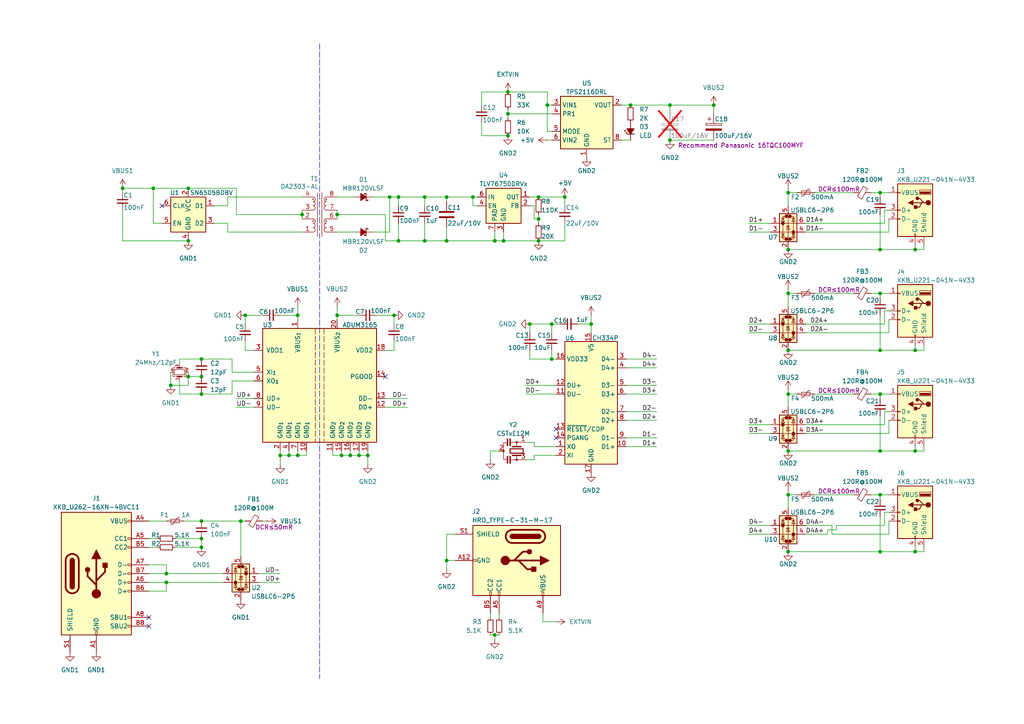
<source format=kicad_sch>
(kicad_sch (version 20231120) (generator "eeschema") (generator_version "8.0")
  (paper "A4")
  (title_block (title "ADUMx165 USB Isolator") (date "2024-11-15") (rev "A") (comment 1 "https://github.com/acha666/ADUMx165_USB_Isolator"))
  (junction (at 58.42 109.22))
  (junction (at 255.27 72.39))
  (junction (at 58.42 104.14))
  (junction (at 143.51 184.15))
  (junction (at 146.05 69.85))
  (junction (at 81.28 132.08))
  (junction (at 194.31 30.48))
  (junction (at 87.63 62.23))
  (junction (at 207.01 30.48))
  (junction (at 48.26 168.91))
  (junction (at 129.54 57.15))
  (junction (at 83.82 132.08))
  (junction (at 265.43 130.81))
  (junction (at 44.45 54.61))
  (junction (at 54.61 69.85))
  (junction (at 228.6 72.39))
  (junction (at 255.27 114.3))
  (junction (at 99.06 132.08))
  (junction (at 156.21 69.85))
  (junction (at 101.6 132.08))
  (junction (at 255.27 130.81))
  (junction (at 147.32 39.37))
  (junction (at 114.3 91.44))
  (junction (at 115.57 69.85))
  (junction (at 147.32 26.67))
  (junction (at 106.68 132.08))
  (junction (at 228.6 101.6))
  (junction (at 160.02 104.14))
  (junction (at 129.54 69.85))
  (junction (at 54.61 109.22))
  (junction (at 255.27 160.02))
  (junction (at 265.43 160.02))
  (junction (at 171.45 93.98))
  (junction (at 58.42 158.75))
  (junction (at 129.54 162.56))
  (junction (at 58.42 156.21))
  (junction (at 86.36 132.08))
  (junction (at 35.56 54.61))
  (junction (at 228.6 114.3))
  (junction (at 147.32 33.02))
  (junction (at 265.43 72.39))
  (junction (at 58.42 151.13))
  (junction (at 228.6 160.02))
  (junction (at 228.6 130.81))
  (junction (at 48.26 166.37))
  (junction (at 86.36 91.44))
  (junction (at 158.75 30.48))
  (junction (at 97.79 62.23))
  (junction (at 228.6 143.51))
  (junction (at 97.79 91.44))
  (junction (at 228.6 55.88))
  (junction (at 123.19 69.85))
  (junction (at 255.27 143.51))
  (junction (at 255.27 85.09))
  (junction (at 104.14 132.08))
  (junction (at 228.6 85.09))
  (junction (at 49.53 111.76))
  (junction (at 123.19 57.15))
  (junction (at 255.27 55.88))
  (junction (at 182.88 30.48))
  (junction (at 115.57 57.15))
  (junction (at 153.67 93.98))
  (junction (at 255.27 101.6))
  (junction (at 113.03 57.15))
  (junction (at 265.43 101.6))
  (junction (at 58.42 114.3))
  (junction (at 71.12 91.44))
  (junction (at 194.31 40.64))
  (junction (at 137.16 57.15))
  (junction (at 156.21 63.5))
  (junction (at 156.21 57.15))
  (junction (at 69.85 151.13))
  (junction (at 160.02 93.98))
  (junction (at 54.61 54.61))
  (junction (at 163.83 57.15))
  (junction (at 143.51 69.85))
  (no_connect (at 46.99 59.69))
  (no_connect (at 161.29 124.46))
  (no_connect (at 43.18 181.61))
  (no_connect (at 161.29 127))
  (no_connect (at 111.76 109.22))
  (no_connect (at 43.18 179.07))
  (wire (pts (xy 154.94 129.54) (xy 161.29 129.54)))
  (wire (pts (xy 228.6 72.39) (xy 255.27 72.39)))
  (wire (pts (xy 217.17 93.98) (xy 223.52 93.98)))
  (wire (pts (xy 52.07 104.14) (xy 52.07 105.41)))
  (wire (pts (xy 255.27 85.09) (xy 257.81 85.09)))
  (wire (pts (xy 48.26 166.37) (xy 64.77 166.37)))
  (wire (pts (xy 236.22 85.09) (xy 247.65 85.09)))
  (wire (pts (xy 147.32 31.75) (xy 147.32 33.02)))
  (wire (pts (xy 86.36 88.9) (xy 86.36 91.44)))
  (wire (pts (xy 83.82 132.08) (xy 86.36 132.08)))
  (wire (pts (xy 97.79 91.44) (xy 104.14 91.44)))
  (wire (pts (xy 236.22 143.51) (xy 247.65 143.51)))
  (wire (pts (xy 97.79 62.23) (xy 97.79 63.5)))
  (wire (pts (xy 160.02 93.98) (xy 153.67 93.98)))
  (wire (pts (xy 99.06 132.08) (xy 101.6 132.08)))
  (wire (pts (xy 267.97 72.39) (xy 267.97 71.12)))
  (wire (pts (xy 68.58 118.11) (xy 73.66 118.11)))
  (wire (pts (xy 115.57 57.15) (xy 115.57 59.69)))
  (wire (pts (xy 48.26 168.91) (xy 64.77 168.91)))
  (wire (pts (xy 83.82 130.81) (xy 83.82 132.08)))
  (wire (pts (xy 167.64 93.98) (xy 171.45 93.98)))
  (wire (pts (xy 67.31 114.3) (xy 58.42 114.3)))
  (wire (pts (xy 157.48 180.34) (xy 161.29 180.34)))
  (wire (pts (xy 158.75 38.1) (xy 158.75 30.48)))
  (wire (pts (xy 171.45 91.44) (xy 171.45 93.98)))
  (wire (pts (xy 123.19 57.15) (xy 123.19 59.69)))
  (wire (pts (xy 228.6 114.3) (xy 231.14 114.3)))
  (wire (pts (xy 52.07 104.14) (xy 58.42 104.14)))
  (wire (pts (xy 267.97 160.02) (xy 267.97 158.75)))
  (wire (pts (xy 228.6 130.81) (xy 255.27 130.81)))
  (wire (pts (xy 97.79 62.23) (xy 111.76 62.23)))
  (wire (pts (xy 257.81 67.31) (xy 257.81 63.5)))
  (wire (pts (xy 62.23 59.69) (xy 66.04 59.69)))
  (wire (pts (xy 255.27 160.02) (xy 265.43 160.02)))
  (wire (pts (xy 142.24 179.07) (xy 142.24 177.8)))
  (wire (pts (xy 228.6 160.02) (xy 255.27 160.02)))
  (wire (pts (xy 255.27 130.81) (xy 265.43 130.81)))
  (wire (pts (xy 101.6 130.81) (xy 101.6 132.08)))
  (wire (pts (xy 118.11 118.11) (xy 111.76 118.11)))
  (wire (pts (xy 69.85 151.13) (xy 69.85 161.29)))
  (wire (pts (xy 265.43 130.81) (xy 267.97 130.81)))
  (wire (pts (xy 255.27 114.3) (xy 255.27 115.57)))
  (wire (pts (xy 161.29 132.08) (xy 154.94 132.08)))
  (wire (pts (xy 228.6 142.24) (xy 228.6 143.51)))
  (wire (pts (xy 228.6 101.6) (xy 255.27 101.6)))
  (wire (pts (xy 54.61 109.22) (xy 58.42 109.22)))
  (wire (pts (xy 190.5 127) (xy 181.61 127)))
  (wire (pts (xy 111.76 62.23) (xy 111.76 69.85)))
  (wire (pts (xy 265.43 72.39) (xy 267.97 72.39)))
  (wire (pts (xy 48.26 171.45) (xy 48.26 168.91)))
  (wire (pts (xy 267.97 101.6) (xy 267.97 100.33)))
  (wire (pts (xy 233.68 93.98) (xy 256.54 93.98)))
  (wire (pts (xy 182.88 30.48) (xy 194.31 30.48)))
  (wire (pts (xy 252.73 114.3) (xy 255.27 114.3)))
  (wire (pts (xy 265.43 101.6) (xy 265.43 100.33)))
  (wire (pts (xy 58.42 151.13) (xy 69.85 151.13)))
  (wire (pts (xy 109.22 91.44) (xy 114.3 91.44)))
  (wire (pts (xy 257.81 96.52) (xy 257.81 92.71)))
  (wire (pts (xy 236.22 55.88) (xy 247.65 55.88)))
  (wire (pts (xy 48.26 166.37) (xy 48.26 163.83)))
  (wire (pts (xy 143.51 69.85) (xy 146.05 69.85)))
  (wire (pts (xy 255.27 149.86) (xy 255.27 160.02)))
  (wire (pts (xy 256.54 152.4) (xy 242.57 152.4)))
  (wire (pts (xy 74.93 168.91) (xy 81.28 168.91)))
  (wire (pts (xy 118.11 115.57) (xy 111.76 115.57)))
  (wire (pts (xy 43.18 156.21) (xy 45.72 156.21)))
  (wire (pts (xy 233.68 154.94) (xy 240.03 154.94)))
  (wire (pts (xy 87.63 60.96) (xy 87.63 62.23)))
  (wire (pts (xy 256.54 152.4) (xy 256.54 148.59)))
  (wire (pts (xy 160.02 104.14) (xy 161.29 104.14)))
  (wire (pts (xy 139.7 26.67) (xy 147.32 26.67)))
  (wire (pts (xy 96.52 130.81) (xy 96.52 132.08)))
  (wire (pts (xy 97.79 60.96) (xy 97.79 62.23)))
  (wire (pts (xy 255.27 114.3) (xy 257.81 114.3)))
  (wire (pts (xy 252.73 55.88) (xy 255.27 55.88)))
  (wire (pts (xy 66.04 59.69) (xy 66.04 57.15)))
  (wire (pts (xy 139.7 39.37) (xy 147.32 39.37)))
  (wire (pts (xy 163.83 57.15) (xy 163.83 59.69)))
  (wire (pts (xy 54.61 111.76) (xy 54.61 109.22)))
  (wire (pts (xy 217.17 64.77) (xy 223.52 64.77)))
  (wire (pts (xy 217.17 67.31) (xy 223.52 67.31)))
  (wire (pts (xy 97.79 88.9) (xy 97.79 91.44)))
  (wire (pts (xy 77.47 151.13) (xy 76.2 151.13)))
  (wire (pts (xy 217.17 96.52) (xy 223.52 96.52)))
  (wire (pts (xy 67.31 110.49) (xy 67.31 114.3)))
  (wire (pts (xy 97.79 67.31) (xy 102.87 67.31)))
  (wire (pts (xy 66.04 64.77) (xy 66.04 67.31)))
  (wire (pts (xy 43.18 163.83) (xy 48.26 163.83)))
  (wire (pts (xy 194.31 40.64) (xy 207.01 40.64)))
  (wire (pts (xy 67.31 104.14) (xy 67.31 107.95)))
  (wire (pts (xy 154.94 132.08) (xy 154.94 133.35)))
  (wire (pts (xy 67.31 107.95) (xy 73.66 107.95)))
  (wire (pts (xy 241.3 154.94) (xy 257.81 154.94)))
  (wire (pts (xy 129.54 162.56) (xy 132.08 162.56)))
  (wire (pts (xy 97.79 57.15) (xy 102.87 57.15)))
  (wire (pts (xy 113.03 67.31) (xy 107.95 67.31)))
  (wire (pts (xy 68.58 62.23) (xy 87.63 62.23)))
  (wire (pts (xy 163.83 64.77) (xy 163.83 69.85)))
  (wire (pts (xy 62.23 64.77) (xy 66.04 64.77)))
  (wire (pts (xy 81.28 91.44) (xy 86.36 91.44)))
  (wire (pts (xy 49.53 111.76) (xy 54.61 111.76)))
  (wire (pts (xy 255.27 101.6) (xy 265.43 101.6)))
  (wire (pts (xy 228.6 54.61) (xy 228.6 55.88)))
  (wire (pts (xy 255.27 62.23) (xy 255.27 72.39)))
  (wire (pts (xy 160.02 93.98) (xy 160.02 96.52)))
  (wire (pts (xy 35.56 54.61) (xy 44.45 54.61)))
  (wire (pts (xy 190.5 111.76) (xy 181.61 111.76)))
  (wire (pts (xy 265.43 101.6) (xy 267.97 101.6)))
  (wire (pts (xy 44.45 54.61) (xy 54.61 54.61)))
  (wire (pts (xy 158.75 30.48) (xy 160.02 30.48)))
  (wire (pts (xy 153.67 104.14) (xy 160.02 104.14)))
  (wire (pts (xy 138.43 59.69) (xy 137.16 59.69)))
  (wire (pts (xy 86.36 91.44) (xy 86.36 92.71)))
  (polyline (pts (xy 92.71 12.7) (xy 92.71 196.85)) (stroke (width 0) (type dash)))
  (wire (pts (xy 194.31 33.02) (xy 194.31 30.48)))
  (wire (pts (xy 153.67 93.98) (xy 153.67 96.52)))
  (wire (pts (xy 181.61 106.68) (xy 190.5 106.68)))
  (wire (pts (xy 156.21 64.77) (xy 156.21 63.5)))
  (wire (pts (xy 233.68 123.19) (xy 256.54 123.19)))
  (wire (pts (xy 139.7 30.48) (xy 139.7 26.67)))
  (wire (pts (xy 228.6 118.11) (xy 228.6 114.3)))
  (wire (pts (xy 233.68 64.77) (xy 256.54 64.77)))
  (wire (pts (xy 87.63 62.23) (xy 87.63 63.5)))
  (wire (pts (xy 52.07 110.49) (xy 52.07 114.3)))
  (wire (pts (xy 228.6 55.88) (xy 231.14 55.88)))
  (wire (pts (xy 129.54 57.15) (xy 137.16 57.15)))
  (wire (pts (xy 115.57 64.77) (xy 115.57 69.85)))
  (wire (pts (xy 54.61 54.61) (xy 68.58 54.61)))
  (wire (pts (xy 217.17 154.94) (xy 223.52 154.94)))
  (wire (pts (xy 252.73 143.51) (xy 255.27 143.51)))
  (wire (pts (xy 73.66 101.6) (xy 71.12 101.6)))
  (wire (pts (xy 265.43 72.39) (xy 265.43 71.12)))
  (wire (pts (xy 129.54 57.15) (xy 129.54 58.42)))
  (wire (pts (xy 123.19 64.77) (xy 123.19 69.85)))
  (wire (pts (xy 123.19 57.15) (xy 129.54 57.15)))
  (wire (pts (xy 255.27 72.39) (xy 265.43 72.39)))
  (wire (pts (xy 242.57 152.4) (xy 242.57 153.67)))
  (wire (pts (xy 73.66 110.49) (xy 67.31 110.49)))
  (wire (pts (xy 152.4 128.27) (xy 154.94 128.27)))
  (wire (pts (xy 68.58 54.61) (xy 68.58 62.23)))
  (wire (pts (xy 255.27 91.44) (xy 255.27 101.6)))
  (wire (pts (xy 152.4 111.76) (xy 161.29 111.76)))
  (wire (pts (xy 49.53 107.95) (xy 49.53 111.76)))
  (wire (pts (xy 104.14 130.81) (xy 104.14 132.08)))
  (wire (pts (xy 156.21 69.85) (xy 163.83 69.85)))
  (wire (pts (xy 154.94 59.69) (xy 154.94 63.5)))
  (wire (pts (xy 43.18 158.75) (xy 45.72 158.75)))
  (wire (pts (xy 129.54 154.94) (xy 129.54 162.56)))
  (wire (pts (xy 217.17 125.73) (xy 223.52 125.73)))
  (wire (pts (xy 154.94 128.27) (xy 154.94 129.54)))
  (wire (pts (xy 71.12 91.44) (xy 71.12 93.98)))
  (wire (pts (xy 265.43 160.02) (xy 265.43 158.75)))
  (wire (pts (xy 194.31 30.48) (xy 207.01 30.48)))
  (wire (pts (xy 147.32 26.67) (xy 158.75 26.67)))
  (wire (pts (xy 115.57 69.85) (xy 123.19 69.85)))
  (wire (pts (xy 58.42 104.14) (xy 67.31 104.14)))
  (wire (pts (xy 104.14 132.08) (xy 106.68 132.08)))
  (wire (pts (xy 154.94 59.69) (xy 153.67 59.69)))
  (wire (pts (xy 190.5 119.38) (xy 181.61 119.38)))
  (wire (pts (xy 139.7 35.56) (xy 139.7 39.37)))
  (wire (pts (xy 257.81 154.94) (xy 257.81 151.13)))
  (wire (pts (xy 142.24 130.81) (xy 142.24 133.35)))
  (wire (pts (xy 71.12 101.6) (xy 71.12 99.06)))
  (wire (pts (xy 240.03 153.67) (xy 242.57 153.67)))
  (wire (pts (xy 111.76 69.85) (xy 115.57 69.85)))
  (wire (pts (xy 228.6 85.09) (xy 231.14 85.09)))
  (wire (pts (xy 74.93 166.37) (xy 81.28 166.37)))
  (wire (pts (xy 54.61 109.22) (xy 54.61 107.95)))
  (wire (pts (xy 35.56 60.96) (xy 35.56 69.85)))
  (wire (pts (xy 228.6 83.82) (xy 228.6 85.09)))
  (wire (pts (xy 113.03 57.15) (xy 113.03 67.31)))
  (wire (pts (xy 143.51 67.31) (xy 143.51 69.85)))
  (wire (pts (xy 154.94 63.5) (xy 156.21 63.5)))
  (wire (pts (xy 53.34 151.13) (xy 58.42 151.13)))
  (wire (pts (xy 267.97 130.81) (xy 267.97 129.54)))
  (wire (pts (xy 153.67 57.15) (xy 156.21 57.15)))
  (wire (pts (xy 147.32 33.02) (xy 160.02 33.02)))
  (wire (pts (xy 256.54 60.96) (xy 256.54 64.77)))
  (wire (pts (xy 265.43 130.81) (xy 265.43 129.54)))
  (wire (pts (xy 158.75 40.64) (xy 160.02 40.64)))
  (wire (pts (xy 171.45 93.98) (xy 171.45 96.52)))
  (wire (pts (xy 129.54 66.04) (xy 129.54 69.85)))
  (wire (pts (xy 256.54 60.96) (xy 257.81 60.96)))
  (wire (pts (xy 255.27 143.51) (xy 255.27 144.78)))
  (wire (pts (xy 86.36 132.08) (xy 88.9 132.08)))
  (wire (pts (xy 137.16 57.15) (xy 138.43 57.15)))
  (wire (pts (xy 96.52 132.08) (xy 99.06 132.08)))
  (wire (pts (xy 255.27 120.65) (xy 255.27 130.81)))
  (wire (pts (xy 228.6 113.03) (xy 228.6 114.3)))
  (wire (pts (xy 106.68 132.08) (xy 106.68 134.62)))
  (wire (pts (xy 144.78 184.15) (xy 143.51 184.15)))
  (wire (pts (xy 153.67 101.6) (xy 153.67 104.14)))
  (wire (pts (xy 160.02 93.98) (xy 162.56 93.98)))
  (wire (pts (xy 231.14 143.51) (xy 228.6 143.51)))
  (wire (pts (xy 217.17 123.19) (xy 223.52 123.19)))
  (wire (pts (xy 255.27 85.09) (xy 255.27 86.36)))
  (wire (pts (xy 46.99 64.77) (xy 44.45 64.77)))
  (wire (pts (xy 228.6 59.69) (xy 228.6 55.88)))
  (wire (pts (xy 111.76 101.6) (xy 114.3 101.6)))
  (wire (pts (xy 255.27 55.88) (xy 257.81 55.88)))
  (wire (pts (xy 35.56 54.61) (xy 35.56 55.88)))
  (wire (pts (xy 182.88 30.48) (xy 180.34 30.48)))
  (wire (pts (xy 181.61 104.14) (xy 190.5 104.14)))
  (wire (pts (xy 217.17 152.4) (xy 223.52 152.4)))
  (wire (pts (xy 69.85 151.13) (xy 71.12 151.13)))
  (wire (pts (xy 144.78 130.81) (xy 142.24 130.81)))
  (wire (pts (xy 97.79 91.44) (xy 97.79 92.71)))
  (wire (pts (xy 233.68 67.31) (xy 257.81 67.31)))
  (wire (pts (xy 241.3 152.4) (xy 241.3 154.94)))
  (wire (pts (xy 158.75 30.48) (xy 158.75 26.67)))
  (wire (pts (xy 256.54 119.38) (xy 257.81 119.38)))
  (wire (pts (xy 43.18 168.91) (xy 48.26 168.91)))
  (wire (pts (xy 115.57 57.15) (xy 123.19 57.15)))
  (wire (pts (xy 233.68 125.73) (xy 257.81 125.73)))
  (wire (pts (xy 143.51 184.15) (xy 142.24 184.15)))
  (wire (pts (xy 147.32 34.29) (xy 147.32 33.02)))
  (wire (pts (xy 43.18 171.45) (xy 48.26 171.45)))
  (wire (pts (xy 76.2 91.44) (xy 71.12 91.44)))
  (wire (pts (xy 228.6 147.32) (xy 228.6 143.51)))
  (wire (pts (xy 160.02 101.6) (xy 160.02 104.14)))
  (wire (pts (xy 207.01 30.48) (xy 207.01 33.02)))
  (wire (pts (xy 146.05 69.85) (xy 146.05 67.31)))
  (wire (pts (xy 44.45 64.77) (xy 44.45 54.61)))
  (wire (pts (xy 101.6 132.08) (xy 104.14 132.08)))
  (wire (pts (xy 255.27 143.51) (xy 257.81 143.51)))
  (wire (pts (xy 132.08 154.94) (xy 129.54 154.94)))
  (wire (pts (xy 114.3 101.6) (xy 114.3 99.06)))
  (wire (pts (xy 86.36 130.81) (xy 86.36 132.08)))
  (wire (pts (xy 256.54 119.38) (xy 256.54 123.19)))
  (wire (pts (xy 50.8 158.75) (xy 58.42 158.75)))
  (wire (pts (xy 43.18 166.37) (xy 48.26 166.37)))
  (wire (pts (xy 156.21 63.5) (xy 156.21 62.23)))
  (wire (pts (xy 233.68 152.4) (xy 241.3 152.4)))
  (wire (pts (xy 143.51 185.42) (xy 143.51 184.15)))
  (wire (pts (xy 256.54 90.17) (xy 257.81 90.17)))
  (wire (pts (xy 106.68 132.08) (xy 106.68 130.81)))
  (wire (pts (xy 154.94 133.35) (xy 152.4 133.35)))
  (wire (pts (xy 233.68 96.52) (xy 257.81 96.52)))
  (wire (pts (xy 236.22 114.3) (xy 247.65 114.3)))
  (wire (pts (xy 255.27 55.88) (xy 255.27 57.15)))
  (wire (pts (xy 257.81 125.73) (xy 257.81 121.92)))
  (wire (pts (xy 137.16 59.69) (xy 137.16 57.15)))
  (wire (pts (xy 81.28 130.81) (xy 81.28 132.08)))
  (wire (pts (xy 88.9 130.81) (xy 88.9 132.08)))
  (wire (pts (xy 152.4 114.3) (xy 161.29 114.3)))
  (wire (pts (xy 160.02 38.1) (xy 158.75 38.1)))
  (wire (pts (xy 190.5 129.54) (xy 181.61 129.54)))
  (wire (pts (xy 35.56 69.85) (xy 54.61 69.85)))
  (wire (pts (xy 180.34 40.64) (xy 182.88 40.64)))
  (wire (pts (xy 66.04 67.31) (xy 87.63 67.31)))
  (wire (pts (xy 81.28 132.08) (xy 81.28 134.62)))
  (wire (pts (xy 68.58 115.57) (xy 73.66 115.57)))
  (wire (pts (xy 50.8 156.21) (xy 58.42 156.21)))
  (wire (pts (xy 43.18 151.13) (xy 48.26 151.13)))
  (wire (pts (xy 190.5 121.92) (xy 181.61 121.92)))
  (wire (pts (xy 190.5 114.3) (xy 181.61 114.3)))
  (wire (pts (xy 129.54 69.85) (xy 143.51 69.85)))
  (wire (pts (xy 256.54 148.59) (xy 257.81 148.59)))
  (wire (pts (xy 107.95 57.15) (xy 113.03 57.15)))
  (wire (pts (xy 228.6 88.9) (xy 228.6 85.09)))
  (wire (pts (xy 114.3 91.44) (xy 114.3 93.98)))
  (wire (pts (xy 123.19 69.85) (xy 129.54 69.85)))
  (wire (pts (xy 66.04 57.15) (xy 87.63 57.15)))
  (wire (pts (xy 52.07 114.3) (xy 58.42 114.3)))
  (wire (pts (xy 144.78 179.07) (xy 144.78 177.8)))
  (wire (pts (xy 113.03 57.15) (xy 115.57 57.15)))
  (wire (pts (xy 256.54 93.98) (xy 256.54 90.17)))
  (wire (pts (xy 252.73 85.09) (xy 255.27 85.09)))
  (wire (pts (xy 99.06 130.81) (xy 99.06 132.08)))
  (wire (pts (xy 265.43 160.02) (xy 267.97 160.02)))
  (wire (pts (xy 156.21 57.15) (xy 163.83 57.15)))
  (wire (pts (xy 129.54 162.56) (xy 129.54 165.1)))
  (wire (pts (xy 157.48 177.8) (xy 157.48 180.34)))
  (wire (pts (xy 240.03 154.94) (xy 240.03 153.67)))
  (wire (pts (xy 58.42 156.21) (xy 58.42 158.75)))
  (wire (pts (xy 81.28 132.08) (xy 83.82 132.08)))
  (wire (pts (xy 146.05 69.85) (xy 156.21 69.85)))
  (label "D2A+" (at 234.95 93.98 0))
  (label "DD+" (at 152.4 111.76 0))
  (label "D3A+" (at 233.68 123.19 0))
  (label "D3-" (at 217.17 125.73 0))
  (label "D1A-" (at 233.68 67.31 0))
  (label "D4A+" (at 233.68 154.94 0))
  (label "D2A-" (at 234.95 96.52 0))
  (label "D4+" (at 217.17 154.94 0))
  (label "DD-" (at 118.11 115.57 180))
  (label "D3A-" (at 233.68 125.73 0))
  (label "D4-" (at 190.5 104.14 180))
  (label "D1A+" (at 233.68 64.77 0))
  (label "D2+" (at 190.5 121.92 180))
  (label "D3+" (at 217.17 123.19 0))
  (label "D4A-" (at 233.68 152.4 0))
  (label "D1-" (at 217.17 67.31 0))
  (label "D1+" (at 217.17 64.77 0))
  (label "D3-" (at 190.5 111.76 180))
  (label "D1-" (at 190.5 127 180))
  (label "UD+" (at 68.58 115.57 0))
  (label "D2+" (at 217.17 93.98 0))
  (label "UD+" (at 81.28 168.91 180))
  (label "DD-" (at 152.4 114.3 0))
  (label "D4-" (at 217.17 152.4 0))
  (label "DD+" (at 118.11 118.11 180))
  (label "D1+" (at 190.5 129.54 180))
  (label "D4+" (at 190.5 106.68 180))
  (label "D3+" (at 190.5 114.3 180))
  (label "UD-" (at 68.58 118.11 0))
  (label "D2-" (at 217.17 96.52 0))
  (label "D2-" (at 190.5 119.38 180))
  (label "UD-" (at 81.28 166.37 180))
  (symbol (lib_id "power:GND2") (at 129.54 165.1 0) (unit 1)
    (property "Reference" "#PWR015" (effects (hide yes)))
    (property "Value" "GND2" (at 129.54 170.18 0))
    (property "Description" "Power symbol creates a global label with name \"GND2\" , ground" (effects (hide yes)))
  )
  (symbol (lib_id "Device:C_Small") (at 153.67 99.06 0) (mirror y) (unit 1)
    (property "Reference" "C13" (at 153.416 97.282 0) (effects (justify left)))
    (property "Value" "100nF" (at 153.416 100.838 0) (effects (justify left)))
    (property "Footprint" "Capacitor_SMD:C_0402_1005Metric" (effects (hide yes)))
    (property "Description" "Unpolarized capacitor, small symbol" (effects (hide yes)))
  )
  (symbol (lib_id "Device:R_Small") (at 48.26 156.21 90) (unit 1)
    (property "Reference" "R1" (at 45.212 155.194 90))
    (property "Value" "5.1K" (at 52.832 155.194 90))
    (property "Footprint" "Resistor_SMD:R_0402_1005Metric" (effects (hide yes)))
    (property "Description" "Resistor, small symbol" (effects (hide yes)))
  )
  (symbol (lib_id "ADUMx165_USB_Isolator:VBUS1") (at 77.47 151.13 270) (unit 1)
    (property "Reference" "#PWR09" (effects (hide yes)))
    (property "Value" "VBUS1" (at 81.28 151.1299 90) (effects (justify left)))
    (property "Description" "Power symbol creates a global label with name \"VBUS1\"" (effects (hide yes)))
  )
  (symbol (lib_id "power:GND2") (at 194.31 40.64 0) (unit 1)
    (property "Reference" "#PWR028" (effects (hide yes)))
    (property "Value" "GND2" (at 194.31 45.72 0))
    (property "Description" "Power symbol creates a global label with name \"GND2\" , ground" (effects (hide yes)))
  )
  (symbol (lib_id "power:GND2") (at 228.6 101.6 0) (unit 1)
    (property "Reference" "#PWR033" (effects (hide yes)))
    (property "Value" "GND2" (at 228.6 105.156 0))
    (property "Description" "Power symbol creates a global label with name \"GND2\" , ground" (effects (hide yes)))
  )
  (symbol (lib_id "power:GND2") (at 228.6 130.81 0) (unit 1)
    (property "Reference" "#PWR035" (effects (hide yes)))
    (property "Value" "GND2" (at 228.6 134.366 0))
    (property "Description" "Power symbol creates a global label with name \"GND2\" , ground" (effects (hide yes)))
  )
  (symbol (lib_id "power:GND2") (at 114.3 91.44 90) (unit 1)
    (property "Reference" "#PWR014" (effects (hide yes)))
    (property "Value" "GND2" (at 118.11 91.4399 90) (effects (justify right)))
    (property "Description" "Power symbol creates a global label with name \"GND2\" , ground" (effects (hide yes)))
  )
  (symbol (lib_id "Device:R_Small") (at 144.78 181.61 0) (mirror y) (unit 1)
    (property "Reference" "R4" (at 147.32 180.3399 0) (effects (justify right)))
    (property "Value" "5.1K" (at 147.32 182.8799 0) (effects (justify right)))
    (property "Footprint" "Resistor_SMD:R_0402_1005Metric" (effects (hide yes)))
    (property "Description" "Resistor, small symbol" (effects (hide yes)))
  )
  (symbol (lib_id "Device:Polyfuse_Small") (at 50.8 151.13 90) (unit 1)
    (property "Reference" "F1" (at 47.752 149.352 90))
    (property "Value" "1A" (at 53.848 149.352 90))
    (property "Footprint" "Fuse:Fuse_0603_1608Metric" (effects (hide yes)))
    (property "Description" "Resettable fuse, polymeric positive temperature coefficient, small symbol" (effects (hide yes)))
  )
  (symbol (lib_id "Power_Management:SN6505BDBV") (at 54.61 62.23 0) (unit 1)
    (property "Reference" "U1" (at 49.276 55.88 0) (effects (justify left)))
    (property "Value" "SN6505BDBV" (at 55.118 55.88 0) (effects (justify left)))
    (property "Footprint" "Package_TO_SOT_SMD:SOT-23-6" (effects (hide yes)))
    (property "Datasheet" "http://www.ti.com/lit/ds/symlink/sn6505b.pdf" (effects (hide yes)))
    (property "Description" "Low Noise, 1A, Transformer Drivers for Isolated Power Supplies, 420 kHz, SOT-23-6" (effects (hide yes)))
  )
  (symbol (lib_id "ADUMx165_USB_Isolator:VBUS2") (at 228.6 54.61 0) (unit 1)
    (property "Reference" "#PWR030" (effects (hide yes)))
    (property "Value" "VBUS2" (at 228.6 51.054 0))
    (property "Description" "Power symbol creates a global label with name \"VBUS2\"" (effects (hide yes)))
  )
  (symbol (lib_id "power:GND1") (at 54.61 69.85 0) (unit 1)
    (property "Reference" "#PWR05" (effects (hide yes)))
    (property "Value" "GND1" (at 54.61 74.93 0))
    (property "Description" "Power symbol creates a global label with name \"GND1\" , ground" (effects (hide yes)))
  )
  (symbol (lib_id "Device:C_Small") (at 123.19 62.23 0) (unit 1)
    (property "Reference" "C10" (at 123.444 60.452 0) (effects (justify left)))
    (property "Value" "1uF" (at 123.444 64.008 0) (effects (justify left)))
    (property "Footprint" "Capacitor_SMD:C_0402_1005Metric" (effects (hide yes)))
    (property "Description" "Unpolarized capacitor, small symbol" (effects (hide yes)))
  )
  (symbol (lib_id "Device:R_Small") (at 142.24 181.61 0) (unit 1)
    (property "Reference" "R3" (at 139.7 180.3399 0) (effects (justify right)))
    (property "Value" "5.1K" (at 139.7 182.8799 0) (effects (justify right)))
    (property "Footprint" "Resistor_SMD:R_0402_1005Metric" (effects (hide yes)))
    (property "Description" "Resistor, small symbol" (effects (hide yes)))
  )
  (symbol (lib_id "ADUMx165_USB_Isolator:VBUS2") (at 97.79 88.9 0) (unit 1)
    (property "Reference" "#PWR012" (effects (hide yes)))
    (property "Value" "VBUS2" (at 97.79 83.82 0))
    (property "Description" "Power symbol creates a global label with name \"VBUS2\"" (effects (hide yes)))
  )
  (symbol (lib_id "power:GND1") (at 69.85 173.99 0) (unit 1)
    (property "Reference" "#PWR07" (effects (hide yes)))
    (property "Value" "GND1" (at 69.85 179.07 0))
    (property "Description" "Power symbol creates a global label with name \"GND1\" , ground" (effects (hide yes)))
  )
  (symbol (lib_id "Device:Crystal_GND24_Small") (at 52.07 107.95 90) (unit 1)
    (property "Reference" "Y1" (at 45.212 102.616 90))
    (property "Value" "24Mhz/12pF" (at 45.212 105.156 90))
    (property "Footprint" "Crystal:Crystal_SMD_2016-4Pin_2.0x1.6mm" (effects (hide yes)))
    (property "Description" "Four pin crystal, GND on pins 2 and 4, small symbol" (effects (hide yes)))
  )
  (symbol (lib_id "Device:C_Small") (at 255.27 88.9 0) (mirror y) (unit 1)
    (property "Reference" "C20" (at 255.016 87.122 0) (effects (justify left)))
    (property "Value" "100nF" (at 255.016 90.678 0) (effects (justify left)))
    (property "Footprint" "Capacitor_SMD:C_0402_1005Metric" (effects (hide yes)))
    (property "Description" "Unpolarized capacitor, small symbol" (effects (hide yes)))
  )
  (symbol (lib_id "Regulator_Linear:TLV76701DRVx") (at 146.05 59.69 0) (unit 1)
    (property "Reference" "U4" (at 146.05 50.8 0))
    (property "Value" "TLV76750DRVx" (at 146.05 53.34 0))
    (property "Footprint" "Package_SON:WSON-6-1EP_2x2mm_P0.65mm_EP1x1.6mm_ThermalVias" (effects (hide yes)))
    (property "Datasheet" "www.ti.com/lit/gpn/TLV767" (effects (hide yes)))
    (property "Description" "1A, 16V Precision Linear Voltage Regulator, with enable pin, Adjustable Output 0.8-13.6V, WSON-6" (effects (hide yes)))
  )
  (symbol (lib_id "ADUMx165_USB_Isolator:VBUS2") (at 228.6 83.82 0) (unit 1)
    (property "Reference" "#PWR032" (effects (hide yes)))
    (property "Value" "VBUS2" (at 228.6 80.264 0))
    (property "Description" "Power symbol creates a global label with name \"VBUS2\"" (effects (hide yes)))
  )
  (symbol (lib_id "Device:C_Small") (at 165.1 93.98 90) (unit 1)
    (property "Reference" "C16" (at 162.56 92.964 90))
    (property "Value" "1uF" (at 168.91 92.71 90))
    (property "Footprint" "Capacitor_SMD:C_0402_1005Metric" (effects (hide yes)))
    (property "Description" "Unpolarized capacitor, small symbol" (effects (hide yes)))
  )
  (symbol (lib_id "Device:C_Small") (at 78.74 91.44 90) (unit 1)
    (property "Reference" "C6" (at 76.454 90.424 90))
    (property "Value" "100nF" (at 82.55 90.17 90))
    (property "Footprint" "Capacitor_SMD:C_0402_1005Metric" (effects (hide yes)))
    (property "Description" "Unpolarized capacitor, small symbol" (effects (hide yes)))
  )
  (symbol (lib_id "ADUMx165_USB_Isolator:VBUS2") (at 207.01 30.48 0) (unit 1)
    (property "Reference" "#PWR029" (effects (hide yes)))
    (property "Value" "VBUS2" (at 207.01 25.4 0))
    (property "Description" "Power symbol creates a global label with name \"VBUS2\"" (effects (hide yes)))
  )
  (symbol (lib_id "Connector:USB_C_Receptacle_PowerOnly_6P") (at 149.86 162.56 270) (unit 1)
    (property "Reference" "J2" (at 136.906 148.336 90) (effects (justify left)))
    (property "Value" "HRO_TYPE-C-31-M-17" (at 136.906 150.876 90) (effects (justify left)))
    (property "Footprint" "ADUMx165_USB_Isolator:USB_C_Receptacle_HRO_TYPE-C-31-M-17" (effects (hide yes)))
    (property "Datasheet" "https://www.usb.org/sites/default/files/documents/usb_type-c.zip" (effects (hide yes)))
    (property "Description" "USB Power-Only 6P Type-C Receptacle connector" (effects (hide yes)))
  )
  (symbol (lib_id "Device:C_Small") (at 255.27 59.69 0) (mirror y) (unit 1)
    (property "Reference" "C19" (at 255.016 57.912 0) (effects (justify left)))
    (property "Value" "100nF" (at 255.016 61.468 0) (effects (justify left)))
    (property "Footprint" "Capacitor_SMD:C_0402_1005Metric" (effects (hide yes)))
    (property "Description" "Unpolarized capacitor, small symbol" (effects (hide yes)))
  )
  (symbol (lib_id "Power_Protection:USBLC6-2P6") (at 228.6 152.4 0) (unit 1)
    (property "Reference" "U10" (at 225.552 156.464 0) (effects (justify right)))
    (property "Value" "USBLC6-2P6" (at 229.235 148.59 0) (effects (justify left)))
    (property "Footprint" "Package_TO_SOT_SMD:SOT-666" (effects (hide yes)))
    (property "Datasheet" "https://www.st.com/resource/en/datasheet/usblc6-2.pdf" (effects (hide yes)))
    (property "Description" "Very low capacitance ESD protection diode, 2 data-line, SOT-666" (effects (hide yes)))
  )
  (symbol (lib_id "Device:FerriteBead_Small") (at 250.19 143.51 90) (unit 1)
    (property "Reference" "FB5" (at 250.1519 137.16 90))
    (property "Value" "120R@100M" (at 250.1519 139.7 90))
    (property "Footprint" "Inductor_SMD:L_0402_1005Metric" (effects (hide yes)))
    (property "Description" "Ferrite bead, small symbol" (effects (hide yes)))
    (property "Notes" "DCR≤100mR" (at 243.332 142.494 90))
  )
  (symbol (lib_id "Power_Protection:USBLC6-2P6") (at 228.6 123.19 0) (unit 1)
    (property "Reference" "U9" (at 225.552 127.254 0) (effects (justify right)))
    (property "Value" "USBLC6-2P6" (at 229.235 119.38 0) (effects (justify left)))
    (property "Footprint" "Package_TO_SOT_SMD:SOT-666" (effects (hide yes)))
    (property "Datasheet" "https://www.st.com/resource/en/datasheet/usblc6-2.pdf" (effects (hide yes)))
    (property "Description" "Very low capacitance ESD protection diode, 2 data-line, SOT-666" (effects (hide yes)))
  )
  (symbol (lib_id "ADUMx165_USB_Isolator:VBUS2") (at 228.6 142.24 0) (unit 1)
    (property "Reference" "#PWR036" (effects (hide yes)))
    (property "Value" "VBUS2" (at 228.6 138.684 0))
    (property "Description" "Power symbol creates a global label with name \"VBUS2\"" (effects (hide yes)))
  )
  (symbol (lib_id "power:GND2") (at 143.51 185.42 0) (unit 1)
    (property "Reference" "#PWR017" (effects (hide yes)))
    (property "Value" "GND2" (at 143.51 190.5 0))
    (property "Description" "Power symbol creates a global label with name \"GND2\" , ground" (effects (hide yes)))
  )
  (symbol (lib_id "Device:C_Small") (at 160.02 99.06 0) (mirror y) (unit 1)
    (property "Reference" "C15" (at 159.766 97.282 0) (effects (justify left)))
    (property "Value" "10uF" (at 159.766 100.838 0) (effects (justify left)))
    (property "Footprint" "Capacitor_SMD:C_0402_1005Metric" (effects (hide yes)))
    (property "Description" "Unpolarized capacitor, small symbol" (effects (hide yes)))
  )
  (symbol (lib_id "power:GND1") (at 71.12 91.44 270) (unit 1)
    (property "Reference" "#PWR08" (effects (hide yes)))
    (property "Value" "GND1" (at 67.31 91.4399 90) (effects (justify right)))
    (property "Description" "Power symbol creates a global label with name \"GND1\" , ground" (effects (hide yes)))
  )
  (symbol (lib_id "ADUMx165_USB_Isolator:EXTVIN") (at 161.29 180.34 270) (unit 1)
    (property "Reference" "#PWR024" (effects (hide yes)))
    (property "Value" "EXTVIN" (at 165.1 180.3399 90) (effects (justify left)))
    (property "Description" "Power symbol creates a global label with name \"EXTVIN\"" (effects (hide yes)))
  )
  (symbol (lib_id "Device:LED_Small_Filled") (at 182.88 38.1 90) (unit 1)
    (property "Reference" "D3" (at 185.42 36.7664 90) (effects (justify right)))
    (property "Value" "LED" (at 185.42 39.3064 90) (effects (justify right)))
    (property "Footprint" "LED_SMD:LED_0402_1005Metric" (effects (hide yes)))
    (property "Description" "Light emitting diode, small symbol, filled shape" (effects (hide yes)))
    (property "Notes" "Color doesn't matter" (effects (hide yes)))
  )
  (symbol (lib_id "Device:C") (at 129.54 62.23 0) (unit 1)
    (property "Reference" "C11" (at 129.794 60.198 0) (effects (justify left)))
    (property "Value" "22uF/10V" (at 129.794 64.77 0) (effects (justify left)))
    (property "Footprint" "Capacitor_SMD:C_0603_1608Metric" (effects (hide yes)))
    (property "Description" "Unpolarized capacitor" (effects (hide yes)))
  )
  (symbol (lib_id "Device:C_Small") (at 71.12 96.52 0) (mirror y) (unit 1)
    (property "Reference" "C5" (at 70.866 94.742 0) (effects (justify left)))
    (property "Value" "100nF" (at 70.866 98.298 0) (effects (justify left)))
    (property "Footprint" "Capacitor_SMD:C_0402_1005Metric" (effects (hide yes)))
    (property "Description" "Unpolarized capacitor, small symbol" (effects (hide yes)))
  )
  (symbol (lib_id "Device:Resonator_Small") (at 149.86 130.81 270) (unit 1)
    (property "Reference" "Y2" (at 148.844 123.19 90))
    (property "Value" "CSTxE12M" (at 148.844 125.73 90))
    (property "Footprint" "Crystal:Resonator_SMD_Murata_CSTxExxV-3Pin_3.0x1.1mm" (effects (hide yes)))
    (property "Description" "Three pin ceramic resonator, small symbol" (effects (hide yes)))
  )
  (symbol (lib_id "power:GND1") (at 58.42 158.75 0) (unit 1)
    (property "Reference" "#PWR06" (effects (hide yes)))
    (property "Value" "GND1" (at 58.42 163.83 0))
    (property "Description" "Power symbol creates a global label with name \"GND1\" , ground" (effects (hide yes)))
  )
  (symbol (lib_id "power:+5V") (at 158.75 40.64 90) (unit 1)
    (property "Reference" "#PWR022" (effects (hide yes)))
    (property "Value" "+5V" (at 154.94 40.6399 90) (effects (justify left)))
    (property "Description" "Power symbol creates a global label with name \"+5V\"" (effects (hide yes)))
  )
  (symbol (lib_id "Power_Protection:USBLC6-2P6") (at 228.6 64.77 0) (unit 1)
    (property "Reference" "U7" (at 225.552 68.834 0) (effects (justify right)))
    (property "Value" "USBLC6-2P6" (at 229.235 60.96 0) (effects (justify left)))
    (property "Footprint" "Package_TO_SOT_SMD:SOT-666" (effects (hide yes)))
    (property "Datasheet" "https://www.st.com/resource/en/datasheet/usblc6-2.pdf" (effects (hide yes)))
    (property "Description" "Very low capacitance ESD protection diode, 2 data-line, SOT-666" (effects (hide yes)))
  )
  (symbol (lib_id "Device:C_Small") (at 114.3 96.52 0) (unit 1)
    (property "Reference" "C8" (at 114.554 94.742 0) (effects (justify left)))
    (property "Value" "100nF" (at 114.554 98.298 0) (effects (justify left)))
    (property "Footprint" "Capacitor_SMD:C_0402_1005Metric" (effects (hide yes)))
    (property "Description" "Unpolarized capacitor, small symbol" (effects (hide yes)))
  )
  (symbol (lib_id "Device:FerriteBead_Small") (at 250.19 55.88 90) (unit 1)
    (property "Reference" "FB2" (at 250.1519 49.53 90))
    (property "Value" "120R@100M" (at 250.1519 52.07 90))
    (property "Footprint" "Inductor_SMD:L_0402_1005Metric" (effects (hide yes)))
    (property "Description" "Ferrite bead, small symbol" (effects (hide yes)))
    (property "Notes" "DCR≤100mR" (at 243.332 54.864 90))
  )
  (symbol (lib_id "Device:C_Polarized") (at 207.01 36.83 0) (unit 1)
    (property "Reference" "C18" (at 207.264 34.544 0) (effects (justify left)))
    (property "Value" "100uF/16V" (at 207.264 39.37 0) (effects (justify left)))
    (property "Footprint" "Capacitor_Tantalum_SMD:CP_EIA-7343-20_Kemet-V" (effects (hide yes)))
    (property "Description" "Polarized capacitor" (effects (hide yes)))
    (property "Notes" "Recommend Panasonic 16TQC100MYF" (at 214.884 42.164 0))
  )
  (symbol (lib_id "power:GND2") (at 142.24 133.35 0) (unit 1)
    (property "Reference" "#PWR016" (effects (hide yes)))
    (property "Value" "GND2" (at 142.24 138.43 0))
    (property "Description" "Power symbol creates a global label with name \"GND2\" , ground" (effects (hide yes)))
  )
  (symbol (lib_id "Device:FerriteBead_Small") (at 73.66 151.13 90) (unit 1)
    (property "Reference" "FB1" (at 73.6219 144.78 90))
    (property "Value" "120R@100M" (at 73.6219 147.32 90))
    (property "Footprint" "Inductor_SMD:L_0603_1608Metric" (effects (hide yes)))
    (property "Description" "Ferrite bead, small symbol" (effects (hide yes)))
    (property "Notes" "DCR≤50mR" (at 79.502 152.908 90))
  )
  (symbol (lib_id "ADUMx165_USB_Isolator:VBUS1") (at 35.56 54.61 0) (unit 1)
    (property "Reference" "#PWR03" (effects (hide yes)))
    (property "Value" "VBUS1" (at 35.56 49.53 0))
    (property "Description" "Power symbol creates a global label with name \"VBUS1\"" (effects (hide yes)))
  )
  (symbol (lib_id "Device:C_Small") (at 139.7 33.02 0) (unit 1)
    (property "Reference" "C12" (at 139.954 31.242 0) (effects (justify left)))
    (property "Value" "100nF" (at 139.954 34.798 0) (effects (justify left)))
    (property "Footprint" "Capacitor_SMD:C_0402_1005Metric" (effects (hide yes)))
    (property "Description" "Unpolarized capacitor, small symbol" (effects (hide yes)))
  )
  (symbol (lib_id "Device:R_Small") (at 147.32 36.83 0) (mirror y) (unit 1)
    (property "Reference" "R6" (at 149.86 35.5599 0) (effects (justify right)))
    (property "Value" "10K" (at 149.86 38.0999 0) (effects (justify right)))
    (property "Footprint" "Resistor_SMD:R_0402_1005Metric" (effects (hide yes)))
    (property "Description" "Resistor, small symbol" (effects (hide yes)))
  )
  (symbol (lib_id "power:GND1") (at 49.53 111.76 0) (unit 1)
    (property "Reference" "#PWR04" (effects (hide yes)))
    (property "Value" "GND1" (at 49.53 116.84 0))
    (property "Description" "Power symbol creates a global label with name \"GND1\" , ground" (effects (hide yes)))
  )
  (symbol (lib_id "power:GND1") (at 27.94 189.23 0) (unit 1)
    (property "Reference" "#PWR02" (effects (hide yes)))
    (property "Value" "GND1" (at 27.94 194.31 0))
    (property "Description" "Power symbol creates a global label with name \"GND1\" , ground" (effects (hide yes)))
  )
  (symbol (lib_id "Device:C_Small") (at 255.27 118.11 0) (mirror y) (unit 1)
    (property "Reference" "C21" (at 255.016 116.332 0) (effects (justify left)))
    (property "Value" "100nF" (at 255.016 119.888 0) (effects (justify left)))
    (property "Footprint" "Capacitor_SMD:C_0402_1005Metric" (effects (hide yes)))
    (property "Description" "Unpolarized capacitor, small symbol" (effects (hide yes)))
  )
  (symbol (lib_id "power:GND2") (at 147.32 39.37 0) (unit 1)
    (property "Reference" "#PWR019" (effects (hide yes)))
    (property "Value" "GND2" (at 147.32 44.45 0))
    (property "Description" "Power symbol creates a global label with name \"GND2\" , ground" (effects (hide yes)))
  )
  (symbol (lib_id "Device:FerriteBead_Small") (at 250.19 114.3 90) (unit 1)
    (property "Reference" "FB4" (at 250.1519 107.95 90))
    (property "Value" "120R@100M" (at 250.1519 110.49 90))
    (property "Footprint" "Inductor_SMD:L_0402_1005Metric" (effects (hide yes)))
    (property "Description" "Ferrite bead, small symbol" (effects (hide yes)))
    (property "Notes" "DCR≤100mR" (at 243.332 113.284 90))
  )
  (symbol (lib_id "Device:C_Small") (at 58.42 106.68 180) (unit 1)
    (property "Reference" "C2" (at 60.96 105.4035 0) (effects (justify right)))
    (property "Value" "12pF" (at 60.96 107.9435 0) (effects (justify right)))
    (property "Footprint" "Capacitor_SMD:C_0402_1005Metric" (effects (hide yes)))
    (property "Description" "Unpolarized capacitor, small symbol" (effects (hide yes)))
  )
  (symbol (lib_id "power:GND2") (at 170.18 45.72 0) (unit 1)
    (property "Reference" "#PWR025" (effects (hide yes)))
    (property "Value" "GND2" (at 170.18 49.53 0))
    (property "Description" "Power symbol creates a global label with name \"GND2\" , ground" (effects (hide yes)))
  )
  (symbol (lib_id "ADUMx165_USB_Isolator:DA2303-AL") (at 92.71 62.23 0) (unit 1)
    (property "Reference" "T1" (at 91.186 51.816 0))
    (property "Value" "DA2303-AL" (at 86.868 54.102 0))
    (property "Footprint" "ADUMx165_USB_Isolator:DA2303-AL" (effects (hide yes)))
  )
  (symbol (lib_id "Device:R_Small") (at 48.26 158.75 90) (unit 1)
    (property "Reference" "R2" (at 45.212 157.734 90))
    (property "Value" "5.1K" (at 52.832 157.734 90))
    (property "Footprint" "Resistor_SMD:R_0402_1005Metric" (effects (hide yes)))
    (property "Description" "Resistor, small symbol" (effects (hide yes)))
  )
  (symbol (lib_id "Device:C_Small") (at 35.56 58.42 0) (unit 1)
    (property "Reference" "C1" (at 35.814 56.642 0) (effects (justify left)))
    (property "Value" "100nF" (at 35.814 60.198 0) (effects (justify left)))
    (property "Footprint" "Capacitor_SMD:C_0402_1005Metric" (effects (hide yes)))
    (property "Description" "Unpolarized capacitor, small symbol" (effects (hide yes)))
  )
  (symbol (lib_id "power:GND2") (at 228.6 160.02 0) (unit 1)
    (property "Reference" "#PWR037" (effects (hide yes)))
    (property "Value" "GND2" (at 228.6 163.576 0))
    (property "Description" "Power symbol creates a global label with name \"GND2\" , ground" (effects (hide yes)))
  )
  (symbol (lib_id "ADUMx165_USB_Isolator:ADUM3165") (at 92.71 111.76 0) (unit 1)
    (property "Reference" "U3" (at 76.2 94.234 0) (effects (justify left)))
    (property "Value" "ADUM3165" (at 99.314 94.234 0) (effects (justify left)))
    (property "Footprint" "Package_SO:SSOP-20_5.3x7.2mm_P0.65mm" (effects (hide yes)))
    (property "Datasheet" "https://www.analog.com/media/en/technical-documentation/data-sheets/adum3165-3166.pdf" (effects (hide yes)))
  )
  (symbol (lib_id "Device:Polyfuse_Small") (at 233.68 85.09 90) (unit 1)
    (property "Reference" "F3" (at 230.632 86.36 90))
    (property "Value" "500mA" (at 238.506 86.36 90))
    (property "Footprint" "Fuse:Fuse_0402_1005Metric" (effects (hide yes)))
    (property "Description" "Resettable fuse, polymeric positive temperature coefficient, small symbol" (effects (hide yes)))
  )
  (symbol (lib_id "Device:R_Small") (at 182.88 33.02 0) (mirror y) (unit 1)
    (property "Reference" "R7" (at 185.42 31.7499 0) (effects (justify right)))
    (property "Value" "2K" (at 185.42 34.2899 0) (effects (justify right)))
    (property "Footprint" "Resistor_SMD:R_0402_1005Metric" (effects (hide yes)))
    (property "Description" "Resistor, small symbol" (effects (hide yes)))
  )
  (symbol (lib_id "Connector:USB_A") (at 265.43 90.17 0) (mirror y) (unit 1)
    (property "Reference" "J4" (at 260.096 78.74 0) (effects (justify right)))
    (property "Value" "XKB_U221-041N-4V33" (at 260.096 81.28 0) (effects (justify right)))
    (property "Footprint" "ADUMx165_USB_Isolator:U221-041N-4V33" (effects (hide yes)))
    (property "Description" "USB Type A connector" (effects (hide yes)))
  )
  (symbol (lib_id "power:+5V") (at 163.83 57.15 0) (unit 1)
    (property "Reference" "#PWR023" (effects (hide yes)))
    (property "Value" "+5V" (at 163.83 53.086 0))
    (property "Description" "Power symbol creates a global label with name \"+5V\"" (effects (hide yes)))
  )
  (symbol (lib_id "Power_Protection:USBLC6-2P6") (at 69.85 166.37 0) (mirror y) (unit 1)
    (property "Reference" "U2" (at 72.898 170.434 0) (effects (justify right)))
    (property "Value" "USBLC6-2P6" (at 72.898 172.974 0) (effects (justify right)))
    (property "Footprint" "Package_TO_SOT_SMD:SOT-666" (effects (hide yes)))
    (property "Datasheet" "https://www.st.com/resource/en/datasheet/usblc6-2.pdf" (effects (hide yes)))
    (property "Description" "Very low capacitance ESD protection diode, 2 data-line, SOT-666" (effects (hide yes)))
  )
  (symbol (lib_id "Power_Protection:USBLC6-2P6") (at 228.6 93.98 0) (unit 1)
    (property "Reference" "U8" (at 225.552 98.044 0) (effects (justify right)))
    (property "Value" "USBLC6-2P6" (at 229.235 90.17 0) (effects (justify left)))
    (property "Footprint" "Package_TO_SOT_SMD:SOT-666" (effects (hide yes)))
    (property "Datasheet" "https://www.st.com/resource/en/datasheet/usblc6-2.pdf" (effects (hide yes)))
    (property "Description" "Very low capacitance ESD protection diode, 2 data-line, SOT-666" (effects (hide yes)))
  )
  (symbol (lib_id "Device:Polyfuse_Small") (at 233.68 143.51 90) (unit 1)
    (property "Reference" "F5" (at 230.632 144.78 90))
    (property "Value" "500mA" (at 238.506 144.78 90))
    (property "Footprint" "Fuse:Fuse_0402_1005Metric" (effects (hide yes)))
    (property "Description" "Resettable fuse, polymeric positive temperature coefficient, small symbol" (effects (hide yes)))
  )
  (symbol (lib_id "Device:FerriteBead_Small") (at 250.19 85.09 90) (unit 1)
    (property "Reference" "FB3" (at 250.1519 78.74 90))
    (property "Value" "120R@100M" (at 250.1519 81.28 90))
    (property "Footprint" "Inductor_SMD:L_0402_1005Metric" (effects (hide yes)))
    (property "Description" "Ferrite bead, small symbol" (effects (hide yes)))
    (property "Notes" "DCR≤100mR" (at 243.332 84.074 90))
  )
  (symbol (lib_id "power:GND1") (at 20.32 189.23 0) (unit 1)
    (property "Reference" "#PWR01" (effects (hide yes)))
    (property "Value" "GND1" (at 20.32 194.31 0))
    (property "Description" "Power symbol creates a global label with name \"GND1\" , ground" (effects (hide yes)))
  )
  (symbol (lib_id "Connector:USB_A") (at 265.43 119.38 0) (mirror y) (unit 1)
    (property "Reference" "J5" (at 260.096 107.95 0) (effects (justify right)))
    (property "Value" "XKB_U221-041N-4V33" (at 260.096 110.49 0) (effects (justify right)))
    (property "Footprint" "ADUMx165_USB_Isolator:U221-041N-4V33" (effects (hide yes)))
    (property "Description" "USB Type A connector" (effects (hide yes)))
  )
  (symbol (lib_id "Connector:USB_C_Receptacle_USB2.0_16P") (at 27.94 166.37 0) (unit 1)
    (property "Reference" "J1" (at 27.94 144.526 0))
    (property "Value" "XKB_U262-16XN-4BVC11" (at 27.94 147.066 0))
    (property "Footprint" "ADUMx165_USB_Isolator:USB_C_Receptacle_XKB_U262-16XN-4BVC11" (effects (hide yes)))
    (property "Datasheet" "https://www.usb.org/sites/default/files/documents/usb_type-c.zip" (effects (hide yes)))
    (property "Description" "USB 2.0-only 16P Type-C Receptacle connector" (effects (hide yes)))
  )
  (symbol (lib_id "Device:Polyfuse_Small") (at 233.68 55.88 90) (unit 1)
    (property "Reference" "F2" (at 230.632 57.15 90))
    (property "Value" "500mA" (at 238.506 57.15 90))
    (property "Footprint" "Fuse:Fuse_0402_1005Metric" (effects (hide yes)))
    (property "Description" "Resettable fuse, polymeric positive temperature coefficient, small symbol" (effects (hide yes)))
  )
  (symbol (lib_id "power:GND2") (at 153.67 93.98 270) (unit 1)
    (property "Reference" "#PWR020" (effects (hide yes)))
    (property "Value" "GND2" (at 149.86 93.9799 90) (effects (justify right)))
    (property "Description" "Power symbol creates a global label with name \"GND2\" , ground" (effects (hide yes)))
  )
  (symbol (lib_id "Device:R_Small") (at 147.32 29.21 0) (mirror y) (unit 1)
    (property "Reference" "R5" (at 149.86 27.9399 0) (effects (justify right)))
    (property "Value" "33K" (at 149.86 30.4799 0) (effects (justify right)))
    (property "Footprint" "Resistor_SMD:R_0402_1005Metric" (effects (hide yes)))
    (property "Description" "Resistor, small symbol" (effects (hide yes)))
  )
  (symbol (lib_id "Device:C_Small") (at 58.42 111.76 0) (unit 1)
    (property "Reference" "C3" (at 60.96 110.4962 0) (effects (justify left)))
    (property "Value" "12pF" (at 60.96 113.0362 0) (effects (justify left)))
    (property "Footprint" "Capacitor_SMD:C_0402_1005Metric" (effects (hide yes)))
    (property "Description" "Unpolarized capacitor, small symbol" (effects (hide yes)))
  )
  (symbol (lib_id "Device:C_Polarized") (at 194.31 36.83 0) (unit 1) (in_bom no) (on_board no) (dnp yes)
    (property "Reference" "C17" (at 194.564 34.544 0) (effects (justify left)))
    (property "Value" "100uF/16V" (at 194.564 39.37 0) (effects (justify left)))
    (property "Footprint" "Capacitor_Tantalum_SMD:CP_EIA-7343-20_Kemet-V" (effects (hide yes)))
    (property "Description" "Polarized capacitor" (effects (hide yes)))
    (property "Notes" "Recommend Panasonic 16TQC100MYF" (effects (hide yes)))
  )
  (symbol (lib_id "ADUMx165_USB_Isolator:EXTVIN") (at 147.32 26.67 0) (unit 1)
    (property "Reference" "#PWR018" (effects (hide yes)))
    (property "Value" "EXTVIN" (at 147.32 21.59 0))
    (property "Description" "Power symbol creates a global label with name \"EXTVIN\"" (effects (hide yes)))
  )
  (symbol (lib_id "Device:C_Small") (at 163.83 62.23 0) (unit 1)
    (property "Reference" "C14" (at 164.084 60.198 0) (effects (justify left)))
    (property "Value" "22uF/10V" (at 164.084 64.77 0) (effects (justify left)))
    (property "Footprint" "Capacitor_SMD:C_0402_1005Metric" (effects (hide yes)))
    (property "Description" "Unpolarized capacitor, small symbol" (effects (hide yes)))
  )
  (symbol (lib_id "power:GND2") (at 228.6 72.39 0) (unit 1)
    (property "Reference" "#PWR031" (effects (hide yes)))
    (property "Value" "GND2" (at 228.6 75.946 0))
    (property "Description" "Power symbol creates a global label with name \"GND2\" , ground" (effects (hide yes)))
  )
  (symbol (lib_id "Connector:USB_A") (at 265.43 148.59 0) (mirror y) (unit 1)
    (property "Reference" "J6" (at 260.096 137.16 0) (effects (justify right)))
    (property "Value" "XKB_U221-041N-4V33" (at 260.096 139.7 0) (effects (justify right)))
    (property "Footprint" "ADUMx165_USB_Isolator:U221-041N-4V33" (effects (hide yes)))
    (property "Description" "USB Type A connector" (effects (hide yes)))
  )
  (symbol (lib_id "Connector:USB_A") (at 265.43 60.96 0) (mirror y) (unit 1)
    (property "Reference" "J3" (at 260.096 49.53 0) (effects (justify right)))
    (property "Value" "XKB_U221-041N-4V33" (at 260.096 52.07 0) (effects (justify right)))
    (property "Footprint" "ADUMx165_USB_Isolator:U221-041N-4V33" (effects (hide yes)))
    (property "Description" "USB Type A connector" (effects (hide yes)))
  )
  (symbol (lib_id "Device:C_Small") (at 255.27 147.32 0) (mirror y) (unit 1)
    (property "Reference" "C22" (at 255.016 145.542 0) (effects (justify left)))
    (property "Value" "100nF" (at 255.016 149.098 0) (effects (justify left)))
    (property "Footprint" "Capacitor_SMD:C_0402_1005Metric" (effects (hide yes)))
    (property "Description" "Unpolarized capacitor, small symbol" (effects (hide yes)))
  )
  (symbol (lib_id "ADUMx165_USB_Isolator:VBUS2") (at 228.6 113.03 0) (unit 1)
    (property "Reference" "#PWR034" (effects (hide yes)))
    (property "Value" "VBUS2" (at 228.6 109.474 0))
    (property "Description" "Power symbol creates a global label with name \"VBUS2\"" (effects (hide yes)))
  )
  (symbol (lib_id "Device:R_Small") (at 156.21 67.31 0) (unit 1)
    (property "Reference" "R9" (at 156.972 66.04 0) (effects (justify left)))
    (property "Value" "20K" (at 156.972 68.58 0) (effects (justify left)))
    (property "Footprint" "Resistor_SMD:R_0402_1005Metric" (effects (hide yes)))
    (property "Description" "Resistor, small symbol" (effects (hide yes)))
  )
  (symbol (lib_id "Device:C_Small") (at 106.68 91.44 90) (unit 1)
    (property "Reference" "C7" (at 104.394 90.424 90))
    (property "Value" "100nF" (at 110.49 90.17 90))
    (property "Footprint" "Capacitor_SMD:C_0402_1005Metric" (effects (hide yes)))
    (property "Description" "Unpolarized capacitor, small symbol" (effects (hide yes)))
  )
  (symbol (lib_id "Device:C_Small") (at 58.42 153.67 0) (unit 1)
    (property "Reference" "C4" (at 60.96 152.4062 0) (effects (justify left)))
    (property "Value" "100nF" (at 60.96 154.9462 0) (effects (justify left)))
    (property "Footprint" "Capacitor_SMD:C_0402_1005Metric" (effects (hide yes)))
    (property "Description" "Unpolarized capacitor, small symbol" (effects (hide yes)))
  )
  (symbol (lib_id "Device:R_Small") (at 156.21 59.69 0) (unit 1)
    (property "Reference" "R8" (at 156.972 58.42 0) (effects (justify left)))
    (property "Value" "110K" (at 156.972 60.96 0) (effects (justify left)))
    (property "Footprint" "Resistor_SMD:R_0402_1005Metric" (effects (hide yes)))
    (property "Description" "Resistor, small symbol" (effects (hide yes)))
  )
  (symbol (lib_id "Device:Polyfuse_Small") (at 233.68 114.3 90) (unit 1)
    (property "Reference" "F4" (at 230.632 115.57 90))
    (property "Value" "500mA" (at 238.506 115.57 90))
    (property "Footprint" "Fuse:Fuse_0402_1005Metric" (effects (hide yes)))
    (property "Description" "Resettable fuse, polymeric positive temperature coefficient, small symbol" (effects (hide yes)))
  )
  (symbol (lib_id "ADUMx165_USB_Isolator:CH334P") (at 171.45 116.84 0) (unit 1)
    (property "Reference" "U6" (at 163.83 98.044 0) (effects (justify left)))
    (property "Value" "CH334P" (at 171.704 98.044 0) (effects (justify left)))
    (property "Footprint" "Package_DFN_QFN:QFN-16-1EP_3x3mm_P0.5mm_EP1.75x1.75mm" (effects (hide yes)))
    (property "Description" "USB HUB controller, UART, QFN-16" (effects (hide yes)))
  )
  (symbol (lib_id "power:GND1") (at 81.28 134.62 0) (unit 1)
    (property "Reference" "#PWR010" (effects (hide yes)))
    (property "Value" "GND1" (at 81.28 139.7 0))
    (property "Description" "Power symbol creates a global label with name \"GND1\" , ground" (effects (hide yes)))
  )
  (symbol (lib_id "Device:D_Schottky_Small_Filled") (at 105.41 57.15 180) (unit 1)
    (property "Reference" "D1" (at 105.41 52.07 0))
    (property "Value" "MBR120VLSF" (at 105.41 54.61 0))
    (property "Footprint" "Diode_SMD:D_SOD-123F" (effects (hide yes)))
    (property "Description" "Schottky diode, small symbol, filled shape" (effects (hide yes)))
  )
  (symbol (lib_id "ADUMx165_USB_Isolator:VBUS2") (at 171.45 91.44 0) (unit 1)
    (property "Reference" "#PWR026" (effects (hide yes)))
    (property "Value" "VBUS2" (at 171.45 86.36 0))
    (property "Description" "Power symbol creates a global label with name \"VBUS2\"" (effects (hide yes)))
  )
  (symbol (lib_id "ADUMx165_USB_Isolator:VBUS1") (at 86.36 88.9 0) (unit 1)
    (property "Reference" "#PWR011" (effects (hide yes)))
    (property "Value" "VBUS1" (at 86.36 83.82 0))
    (property "Description" "Power symbol creates a global label with name \"VBUS1\"" (effects (hide yes)))
  )
  (symbol (lib_id "Power_Management:TPS2116DRL") (at 170.18 35.56 0) (unit 1)
    (property "Reference" "U5" (at 170.18 24.13 0))
    (property "Value" "TPS2116DRL" (at 170.18 26.67 0))
    (property "Footprint" "ADUMx165_USB_Isolator:SOT-583-8" (effects (hide yes)))
    (property "Datasheet" "https://www.ti.com/lit/ds/symlink/tps2116.pdf" (effects (hide yes)))
    (property "Description" "2 Channnels Power Mux with Manual and Priority Switchover, 1.6-5.5V Input Voltage, 2.5A Output Current, Ron 40 mOhm, SOT-583-8" (effects (hide yes)))
  )
  (symbol (lib_id "power:GND2") (at 171.45 137.16 0) (unit 1)
    (property "Reference" "#PWR027" (effects (hide yes)))
    (property "Value" "GND2" (at 171.45 142.24 0))
    (property "Description" "Power symbol creates a global label with name \"GND2\" , ground" (effects (hide yes)))
  )
  (symbol (lib_id "Device:D_Schottky_Small_Filled") (at 105.41 67.31 0) (mirror y) (unit 1)
    (property "Reference" "D2" (at 105.41 72.644 0))
    (property "Value" "MBR120VLSF" (at 105.41 70.104 0))
    (property "Footprint" "Diode_SMD:D_SOD-123F" (effects (hide yes)))
    (property "Description" "Schottky diode, small symbol, filled shape" (effects (hide yes)))
  )
  (symbol (lib_id "power:GND2") (at 106.68 134.62 0) (unit 1)
    (property "Reference" "#PWR013" (effects (hide yes)))
    (property "Value" "GND2" (at 106.68 139.7 0))
    (property "Description" "Power symbol creates a global label with name \"GND2\" , ground" (effects (hide yes)))
  )
  (symbol (lib_id "Device:C_Small") (at 115.57 62.23 0) (unit 1)
    (property "Reference" "C9" (at 115.824 60.452 0) (effects (justify left)))
    (property "Value" "100nF" (at 115.824 64.008 0) (effects (justify left)))
    (property "Footprint" "Capacitor_SMD:C_0402_1005Metric" (effects (hide yes)))
    (property "Description" "Unpolarized capacitor, small symbol" (effects (hide yes)))
  )
  (symbol (lib_id "power:GND2") (at 156.21 69.85 0) (unit 1)
    (property "Reference" "#PWR021" (effects (hide yes)))
    (property "Value" "GND2" (at 156.21 74.93 0))
    (property "Description" "Power symbol creates a global label with name \"GND2\" , ground" (effects (hide yes)))
  )
)
</source>
